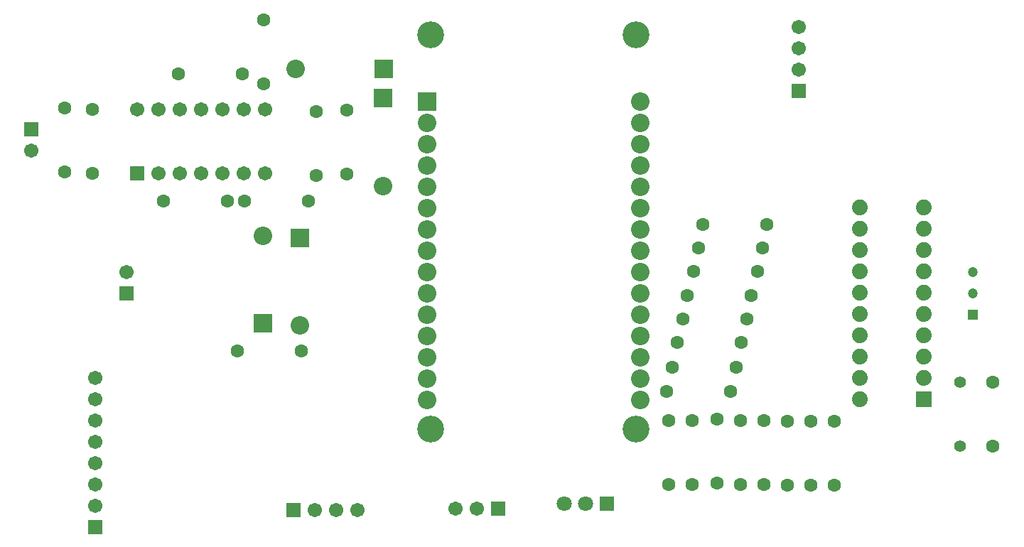
<source format=gbr>
%TF.GenerationSoftware,Altium Limited,Altium Designer,23.11.1 (41)*%
G04 Layer_Color=8388736*
%FSLAX45Y45*%
%MOMM*%
%TF.SameCoordinates,10814A46-352E-42BD-85D8-3789AA2A08E8*%
%TF.FilePolarity,Negative*%
%TF.FileFunction,Soldermask,Top*%
%TF.Part,Single*%
G01*
G75*
%TA.AperFunction,ComponentPad*%
%ADD18C,1.20000*%
%ADD19R,1.20000X1.20000*%
%ADD36C,1.70320*%
%ADD37R,1.70320X1.70320*%
%ADD38R,2.20320X2.20320*%
%ADD39C,2.20320*%
%ADD40R,2.20320X2.20320*%
%ADD41C,1.60320*%
%ADD42C,1.87960*%
%ADD43R,1.87960X1.87960*%
%ADD44C,1.40320*%
%ADD45R,1.80320X1.80320*%
%ADD46C,1.80320*%
%ADD47C,3.20320*%
%ADD48R,1.70320X1.70320*%
D18*
X14046201Y-10718800D02*
D03*
Y-10972800D02*
D03*
D19*
Y-11226800D02*
D03*
D36*
X11976100Y-7797800D02*
D03*
Y-8051800D02*
D03*
Y-8305800D02*
D03*
X5613400Y-8775700D02*
D03*
X5359400D02*
D03*
X5105400D02*
D03*
X4851400D02*
D03*
X4597400D02*
D03*
X4343400D02*
D03*
X4089400D02*
D03*
X5613400Y-9537700D02*
D03*
X5359400D02*
D03*
X5105400D02*
D03*
X4851400D02*
D03*
X4597400D02*
D03*
X4343400D02*
D03*
X2832100Y-9271000D02*
D03*
X6718300Y-13550900D02*
D03*
X6464300D02*
D03*
X6210300D02*
D03*
X3594100Y-13500101D02*
D03*
Y-13246100D02*
D03*
Y-12992101D02*
D03*
Y-12738100D02*
D03*
Y-12484100D02*
D03*
Y-12230100D02*
D03*
Y-11976100D02*
D03*
X3962400Y-10718800D02*
D03*
X8140700Y-13538200D02*
D03*
X7886700D02*
D03*
D37*
X11976100Y-8559800D02*
D03*
X4089400Y-9537700D02*
D03*
X2832100Y-9017000D02*
D03*
X3594100Y-13754100D02*
D03*
X3962400Y-10972800D02*
D03*
D38*
X5588000Y-11330701D02*
D03*
X7023100Y-8646399D02*
D03*
X6032500Y-10310099D02*
D03*
D39*
Y-11356101D02*
D03*
X7023100Y-9692401D02*
D03*
X10083800Y-10972800D02*
D03*
X7543800Y-9448800D02*
D03*
X10083800Y-10464800D02*
D03*
X7543800Y-9702800D02*
D03*
X5979399Y-8293100D02*
D03*
X7543800Y-8940800D02*
D03*
Y-9194800D02*
D03*
Y-9956800D02*
D03*
Y-10210800D02*
D03*
Y-10464800D02*
D03*
Y-10718800D02*
D03*
Y-10972800D02*
D03*
Y-11226800D02*
D03*
Y-11480800D02*
D03*
Y-11734800D02*
D03*
Y-11988800D02*
D03*
Y-12242800D02*
D03*
X10083800Y-8686800D02*
D03*
Y-8940800D02*
D03*
Y-9194800D02*
D03*
Y-9448800D02*
D03*
Y-9702800D02*
D03*
Y-9956800D02*
D03*
Y-10210800D02*
D03*
Y-10718800D02*
D03*
Y-11226800D02*
D03*
Y-11480800D02*
D03*
Y-11734800D02*
D03*
Y-11988800D02*
D03*
Y-12242800D02*
D03*
X5588000Y-10284699D02*
D03*
D40*
X7025401Y-8293100D02*
D03*
X7543800Y-8686800D02*
D03*
D41*
X6045200Y-11658600D02*
D03*
X6591300Y-8788400D02*
D03*
X10528300Y-11557000D02*
D03*
X10998200Y-12471400D02*
D03*
X10642600Y-10998200D02*
D03*
X11557000Y-12484100D02*
D03*
X12395200Y-13258800D02*
D03*
Y-12496800D02*
D03*
X12115800Y-13258800D02*
D03*
Y-12496800D02*
D03*
X11836400Y-13258800D02*
D03*
Y-12496800D02*
D03*
X11557000Y-13246100D02*
D03*
X11277600D02*
D03*
Y-12484100D02*
D03*
X10998200Y-13233400D02*
D03*
X10706100Y-13246100D02*
D03*
Y-12484100D02*
D03*
X10426700Y-13246100D02*
D03*
Y-12484100D02*
D03*
X10833100Y-10147300D02*
D03*
X11595100D02*
D03*
X10782300Y-10426700D02*
D03*
X11544300D02*
D03*
X10718800Y-10706100D02*
D03*
X11480800D02*
D03*
X11404600Y-10998200D02*
D03*
X10591800Y-11277600D02*
D03*
X11353800D02*
D03*
X11290300Y-11557000D02*
D03*
X10464800Y-11849100D02*
D03*
X11226800D02*
D03*
X10401300Y-12141200D02*
D03*
X11163300D02*
D03*
X6591300Y-9550400D02*
D03*
X6223000Y-8801100D02*
D03*
Y-9563100D02*
D03*
X6134100Y-9867900D02*
D03*
X5372100D02*
D03*
X3225800Y-8763000D02*
D03*
Y-9525000D02*
D03*
X3556000Y-9537700D02*
D03*
Y-8775700D02*
D03*
X5346700Y-8356600D02*
D03*
X4584700D02*
D03*
X4406900Y-9867900D02*
D03*
X5168900D02*
D03*
X14287500Y-12788900D02*
D03*
Y-12026900D02*
D03*
X5600700Y-7708900D02*
D03*
Y-8470900D02*
D03*
X5283200Y-11658600D02*
D03*
D42*
X12700000Y-12230100D02*
D03*
Y-11976100D02*
D03*
Y-11722100D02*
D03*
Y-11468100D02*
D03*
Y-11214100D02*
D03*
Y-10960100D02*
D03*
Y-10706100D02*
D03*
Y-10452100D02*
D03*
Y-10198100D02*
D03*
Y-9944100D02*
D03*
X13462000D02*
D03*
Y-10198100D02*
D03*
Y-10452100D02*
D03*
Y-10706100D02*
D03*
Y-10960100D02*
D03*
Y-11214100D02*
D03*
Y-11468100D02*
D03*
Y-11722100D02*
D03*
Y-11976100D02*
D03*
D43*
Y-12230100D02*
D03*
D44*
X13893800Y-12026900D02*
D03*
Y-12788900D02*
D03*
D45*
X9690100Y-13474699D02*
D03*
D46*
X9436100D02*
D03*
X9182100D02*
D03*
D47*
X7585801Y-12585797D02*
D03*
X10036800D02*
D03*
Y-7890800D02*
D03*
X7585801D02*
D03*
D48*
X5956300Y-13550900D02*
D03*
X8394700Y-13538200D02*
D03*
%TF.MD5,7def449b42435009e0aa53b9f5a323ad*%
M02*

</source>
